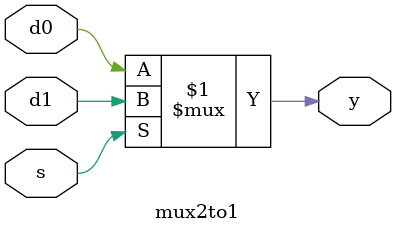
<source format=v>
module mux2to1(input d0,d1,s, output y);
  assign y = s ? d1 : d0;
endmodule

</source>
